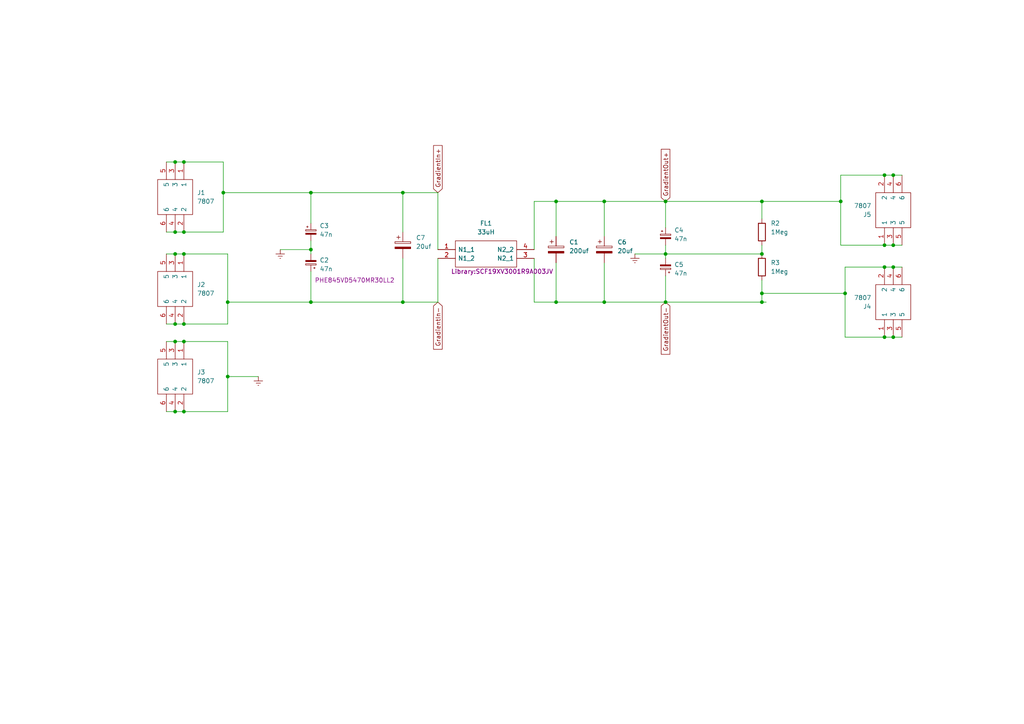
<source format=kicad_sch>
(kicad_sch (version 20230121) (generator eeschema)
  (paper "A4")
  (lib_symbols
    (symbol "Device:C_Polarized" (pin_numbers hide) (pin_names (offset 0.254))
      (property "Reference" "C" (at 0.635 2.54 0))
      (property "Value" "C_Polarized" (at 0.635 -2.54 0))
      (symbol "C_Polarized_0_1"
        (rectangle (start -2.286 0.508) (end 2.286 1.016))
        (polyline (pts (xy -1.778 2.286) (xy -0.762 2.286)))
        (polyline (pts (xy -1.27 2.794) (xy -1.27 1.778)))
        (rectangle (start 2.286 -0.508) (end -2.286 -1.016) (fill (type outline)))
      )
      (symbol "C_Polarized_1_1"
        (pin passive line (at 0 3.81 270) (length 2.794) (name "~") (number "1"))
        (pin passive line (at 0 -3.81 90) (length 2.794) (name "~") (number "2"))
      )
    )
    (symbol "Device:C_Polarized_Small" (pin_numbers hide) (pin_names (offset 0.254) hide)
      (property "Reference" "C" (at 0.254 1.778 0))
      (property "Value" "C_Polarized_Small" (at 0.254 -2.032 0))
      (symbol "C_Polarized_Small_0_1"
        (rectangle (start -1.524 -0.3048) (end 1.524 -0.6858) (fill (type outline)))
        (rectangle (start -1.524 0.6858) (end 1.524 0.3048))
        (polyline (pts (xy -1.27 1.524) (xy -0.762 1.524)))
        (polyline (pts (xy -1.016 1.27) (xy -1.016 1.778)))
      )
      (symbol "C_Polarized_Small_1_1"
        (pin passive line (at 0 2.54 270) (length 1.8542) (name "~") (number "1"))
        (pin passive line (at 0 -2.54 90) (length 1.8542) (name "~") (number "2"))
      )
    )
    (symbol "Device:R" (pin_numbers hide) (pin_names (offset 0))
      (property "Reference" "R" (at 2.032 0 90))
      (property "Value" "R" (at 0 0 90))
      (symbol "R_0_1"
        (rectangle (start -1.016 -2.54) (end 1.016 2.54) (stroke (width 0.254)))
      )
      (symbol "R_1_1"
        (pin passive line (at 0 3.81 270) (length 1.27) (name "~") (number "1"))
        (pin passive line (at 0 -3.81 90) (length 1.27) (name "~") (number "2"))
      )
    )
    (symbol "New_Library:7807" (pin_names (offset 0.762))
      (property "Reference" "J" (at 16.51 7.62 0))
      (property "Value" "7807" (at 16.51 5.08 0))
      (symbol "7807_0_0"
        (pin passive line (at 0 0 0) (length 5.08) (name "1") (number "1"))
        (pin passive line (at 20.32 0 180) (length 5.08) (name "2") (number "2"))
        (pin passive line (at 0 -2.54 0) (length 5.08) (name "3") (number "3"))
        (pin passive line (at 20.32 -2.54 180) (length 5.08) (name "4") (number "4"))
        (pin passive line (at 0 -5.08 0) (length 5.08) (name "5") (number "5"))
        (pin passive line (at 20.32 -5.08 180) (length 5.08) (name "6") (number "6"))
      )
      (symbol "7807_0_1"
        (polyline (pts (xy 5.08 2.54) (xy 15.24 2.54) (xy 15.24 -7.62) (xy 5.08 -7.62) (xy 5.08 2.54)) (stroke (width 0.1524)))
      )
    )
    (symbol "SCF19XV-300-1R9A003JV:SCF19XV-300-1R9A003JV" (pin_names (offset 0.762))
      (property "Reference" "FL" (at 24.13 7.62 0))
      (property "Value" "SCF19XV-300-1R9A003JV" (at 24.13 5.08 0))
      (symbol "SCF19XV-300-1R9A003JV_0_0"
        (pin passive line (at 0 0 0) (length 5.08) (name "N1_1") (number "1"))
        (pin passive line (at 0 -2.54 0) (length 5.08) (name "N1_2") (number "2"))
        (pin passive line (at 27.94 -2.54 180) (length 5.08) (name "N2_1") (number "3"))
        (pin passive line (at 27.94 0 180) (length 5.08) (name "N2_2") (number "4"))
      )
      (symbol "SCF19XV-300-1R9A003JV_0_1"
        (polyline (pts (xy 5.08 2.54) (xy 22.86 2.54) (xy 22.86 -5.08) (xy 5.08 -5.08) (xy 5.08 2.54)) (stroke (width 0.1524)))
      )
    )
    (symbol "power:Earth" (power) (pin_names (offset 0))
      (symbol "Earth_0_1"
        (polyline (pts (xy -0.635 -1.905) (xy 0.635 -1.905)))
        (polyline (pts (xy -0.127 -2.54) (xy 0.127 -2.54)))
        (polyline (pts (xy 0 -1.27) (xy 0 0)))
        (polyline (pts (xy 1.27 -1.27) (xy -1.27 -1.27)))
      )
      (symbol "Earth_1_1"
        (pin power_in line (at 0 0 270) (length 0) hide (name "Earth") (number "1"))
      )
    )
  )
  (junction (at 90.17 87.63))
  (junction (at 220.98 85.09))
  (junction (at 161.29 87.63))
  (junction (at 193.04 73.66))
  (junction (at 175.26 58.42))
  (junction (at 64.77 55.88))
  (junction (at 53.34 67.31))
  (junction (at 50.8 93.98))
  (junction (at 193.04 58.42))
  (junction (at 90.17 72.39))
  (junction (at 50.8 73.66))
  (junction (at 161.29 58.42))
  (junction (at 175.26 87.63))
  (junction (at 53.34 93.98))
  (junction (at 116.84 87.63))
  (junction (at 259.08 77.47))
  (junction (at 243.84 58.42))
  (junction (at 256.54 77.47))
  (junction (at 53.34 119.38))
  (junction (at 66.04 87.63))
  (junction (at 259.08 50.8))
  (junction (at 50.8 46.99))
  (junction (at 256.54 71.12))
  (junction (at 259.08 97.79))
  (junction (at 50.8 99.06))
  (junction (at 256.54 97.79))
  (junction (at 53.34 99.06))
  (junction (at 90.17 55.88))
  (junction (at 50.8 119.38))
  (junction (at 220.98 87.63))
  (junction (at 256.54 50.8))
  (junction (at 259.08 71.12))
  (junction (at 220.98 73.66))
  (junction (at 220.98 58.42))
  (junction (at 53.34 46.99))
  (junction (at 116.84 55.88))
  (junction (at 245.11 85.09))
  (junction (at 50.8 67.31))
  (junction (at 66.04 109.22))
  (junction (at 193.04 87.63))
  (junction (at 53.34 73.66))
  (wire (pts (xy 50.8 73.66) (xy 53.34 73.66)))
  (wire (pts (xy 256.54 77.47) (xy 245.11 77.47)))
  (wire (pts (xy 161.29 87.63) (xy 175.26 87.63)))
  (wire (pts (xy 50.8 67.31) (xy 53.34 67.31)))
  (wire (pts (xy 48.26 67.31) (xy 50.8 67.31)))
  (wire (pts (xy 243.84 50.8) (xy 243.84 58.42)))
  (wire (pts (xy 175.26 87.63) (xy 193.04 87.63)))
  (wire (pts (xy 66.04 119.38) (xy 66.04 109.22)))
  (wire (pts (xy 193.04 73.66) (xy 220.98 73.66)))
  (wire (pts (xy 48.26 99.06) (xy 50.8 99.06)))
  (wire (pts (xy 161.29 58.42) (xy 175.26 58.42)))
  (wire (pts (xy 220.98 85.09) (xy 245.11 85.09)))
  (wire (pts (xy 64.77 55.88) (xy 90.17 55.88)))
  (wire (pts (xy 127 72.39) (xy 127 55.88)))
  (wire (pts (xy 175.26 58.42) (xy 175.26 68.58)))
  (wire (pts (xy 154.94 72.39) (xy 154.94 58.42)))
  (wire (pts (xy 256.54 50.8) (xy 243.84 50.8)))
  (wire (pts (xy 53.34 99.06) (xy 66.04 99.06)))
  (wire (pts (xy 259.08 50.8) (xy 256.54 50.8)))
  (wire (pts (xy 50.8 93.98) (xy 53.34 93.98)))
  (wire (pts (xy 90.17 87.63) (xy 116.84 87.63)))
  (wire (pts (xy 48.26 119.38) (xy 50.8 119.38)))
  (wire (pts (xy 127 74.93) (xy 127 87.63)))
  (wire (pts (xy 53.34 93.98) (xy 66.04 93.98)))
  (wire (pts (xy 193.04 58.42) (xy 220.98 58.42)))
  (wire (pts (xy 184.15 73.66) (xy 193.04 73.66)))
  (wire (pts (xy 220.98 58.42) (xy 243.84 58.42)))
  (wire (pts (xy 261.62 77.47) (xy 259.08 77.47)))
  (wire (pts (xy 161.29 76.2) (xy 161.29 87.63)))
  (wire (pts (xy 48.26 93.98) (xy 50.8 93.98)))
  (wire (pts (xy 259.08 71.12) (xy 256.54 71.12)))
  (wire (pts (xy 66.04 73.66) (xy 66.04 87.63)))
  (wire (pts (xy 154.94 58.42) (xy 161.29 58.42)))
  (wire (pts (xy 259.08 97.79) (xy 256.54 97.79)))
  (wire (pts (xy 154.94 87.63) (xy 161.29 87.63)))
  (wire (pts (xy 50.8 46.99) (xy 53.34 46.99)))
  (wire (pts (xy 220.98 85.09) (xy 220.98 87.63)))
  (wire (pts (xy 48.26 73.66) (xy 50.8 73.66)))
  (wire (pts (xy 81.28 72.39) (xy 90.17 72.39)))
  (wire (pts (xy 53.34 46.99) (xy 64.77 46.99)))
  (wire (pts (xy 193.04 87.63) (xy 220.98 87.63)))
  (wire (pts (xy 53.34 73.66) (xy 66.04 73.66)))
  (wire (pts (xy 175.26 58.42) (xy 193.04 58.42)))
  (wire (pts (xy 90.17 55.88) (xy 90.17 64.77)))
  (wire (pts (xy 193.04 58.42) (xy 193.04 66.04)))
  (wire (pts (xy 220.98 87.63) (xy 222.25 87.63)))
  (wire (pts (xy 50.8 119.38) (xy 53.34 119.38)))
  (wire (pts (xy 48.26 46.99) (xy 50.8 46.99)))
  (wire (pts (xy 64.77 46.99) (xy 64.77 55.88)))
  (wire (pts (xy 193.04 73.66) (xy 193.04 74.93)))
  (wire (pts (xy 243.84 58.42) (xy 243.84 71.12)))
  (wire (pts (xy 220.98 71.12) (xy 220.98 73.66)))
  (wire (pts (xy 261.62 50.8) (xy 259.08 50.8)))
  (wire (pts (xy 64.77 55.88) (xy 64.77 67.31)))
  (wire (pts (xy 259.08 77.47) (xy 256.54 77.47)))
  (wire (pts (xy 116.84 55.88) (xy 116.84 67.31)))
  (wire (pts (xy 175.26 76.2) (xy 175.26 87.63)))
  (wire (pts (xy 161.29 58.42) (xy 161.29 68.58)))
  (wire (pts (xy 256.54 71.12) (xy 243.84 71.12)))
  (wire (pts (xy 116.84 87.63) (xy 127 87.63)))
  (wire (pts (xy 220.98 81.28) (xy 220.98 85.09)))
  (wire (pts (xy 116.84 55.88) (xy 127 55.88)))
  (wire (pts (xy 116.84 74.93) (xy 116.84 87.63)))
  (wire (pts (xy 154.94 74.93) (xy 154.94 87.63)))
  (wire (pts (xy 90.17 87.63) (xy 90.17 78.74)))
  (wire (pts (xy 256.54 97.79) (xy 245.11 97.79)))
  (wire (pts (xy 261.62 97.79) (xy 259.08 97.79)))
  (wire (pts (xy 193.04 71.12) (xy 193.04 73.66)))
  (wire (pts (xy 66.04 93.98) (xy 66.04 87.63)))
  (wire (pts (xy 90.17 72.39) (xy 90.17 73.66)))
  (wire (pts (xy 50.8 99.06) (xy 53.34 99.06)))
  (wire (pts (xy 53.34 67.31) (xy 64.77 67.31)))
  (wire (pts (xy 261.62 71.12) (xy 259.08 71.12)))
  (wire (pts (xy 66.04 109.22) (xy 74.93 109.22)))
  (wire (pts (xy 220.98 58.42) (xy 220.98 63.5)))
  (wire (pts (xy 90.17 69.85) (xy 90.17 72.39)))
  (wire (pts (xy 90.17 55.88) (xy 116.84 55.88)))
  (wire (pts (xy 53.34 119.38) (xy 66.04 119.38)))
  (wire (pts (xy 193.04 80.01) (xy 193.04 87.63)))
  (wire (pts (xy 66.04 87.63) (xy 90.17 87.63)))
  (wire (pts (xy 245.11 77.47) (xy 245.11 85.09)))
  (wire (pts (xy 245.11 85.09) (xy 245.11 97.79)))
  (wire (pts (xy 66.04 99.06) (xy 66.04 109.22)))
  (global_label "GradientIn+" (shape input) (at 127 55.88 90) (property "Intersheetrefs" "${INTERSHEET_REFS}" (effects hide)))
  (global_label "GradientOut+" (shape input) (at 193.04 58.42 90) (property "Intersheetrefs" "${INTERSHEET_REFS}" (effects hide)))
  (global_label "GradientOut-" (shape input) (at 193.04 87.63 270) (property "Intersheetrefs" "${INTERSHEET_REFS}" (effects hide)))
  (global_label "GradientIn-" (shape input) (at 127 87.63 270) (property "Intersheetrefs" "${INTERSHEET_REFS}" (effects hide)))
  (symbol (lib_id "Device:C_Polarized") (at 175.26 72.39 0) (unit 1)
    (property "Reference" "C6" (at 179.07 70.231 0) (effects (justify left)))
    (property "Value" "20uf" (at 179.07 72.771 0) (effects (justify left)))
    (property "Footprint" "AA-MyLibrary:PHE840ER8100MR08R06L2" (effects hide))
  )
  (symbol (lib_id "Device:C_Polarized") (at 161.29 72.39 0) (unit 1)
    (property "Reference" "C1" (at 165.1 70.231 0) (effects (justify left)))
    (property "Value" "200uf" (at 165.1 72.771 0) (effects (justify left)))
    (property "Footprint" "AA-MyLibrary:B32320I8207K000" (effects hide))
  )
  (symbol (lib_id "power:Earth") (at 81.28 72.39 0) (unit 1)
    (property "Reference" "#PWR02" (effects hide))
    (property "Value" "Earth" (effects hide))
  )
  (symbol (lib_id "New_Library:7807") (at 256.54 97.79 90) (unit 1)
    (property "Reference" "J4" (at 252.73 88.9 90) (effects (justify left)))
    (property "Value" "7807" (at 252.73 86.36 90) (effects (justify left)))
    (property "Footprint" "AA-MyLibrary:7807" (effects hide))
    (property "Datasheet" "http://www.keyelco.com/product-pdf.cfm?p=1119" (effects hide))
    (property "Description" "KEYSTONE - 7807 - TERMINAL, PCB SCREW, 2.57MM" (effects hide))
    (property "Height" "11.76" (effects hide))
    (property "Mouser Part Number" "534-7807" (effects hide))
    (property "Mouser Price/Stock" "https://www.mouser.co.uk/ProductDetail/Keystone-Electronics/7807?qs=%2F%252BPMR94VuMaEJokheHBVWg%3D%3D" (effects hide))
    (property "Manufacturer_Name" "Keystone Electronics" (effects hide))
    (property "Manufacturer_Part_Number" "7807" (effects hide))
  )
  (symbol (lib_id "New_Library:7807") (at 53.34 46.99 270) (unit 1)
    (property "Reference" "J1" (at 57.15 55.88 90) (effects (justify left)))
    (property "Value" "7807" (at 57.15 58.42 90) (effects (justify left)))
    (property "Footprint" "AA-MyLibrary:7807" (effects hide))
    (property "Datasheet" "http://www.keyelco.com/product-pdf.cfm?p=1119" (effects hide))
    (property "Description" "KEYSTONE - 7807 - TERMINAL, PCB SCREW, 2.57MM" (effects hide))
    (property "Height" "11.76" (effects hide))
    (property "Mouser Part Number" "534-7807" (effects hide))
    (property "Mouser Price/Stock" "https://www.mouser.co.uk/ProductDetail/Keystone-Electronics/7807?qs=%2F%252BPMR94VuMaEJokheHBVWg%3D%3D" (effects hide))
    (property "Manufacturer_Name" "Keystone Electronics" (effects hide))
    (property "Manufacturer_Part_Number" "7807" (effects hide))
  )
  (symbol (lib_id "power:Earth") (at 184.15 73.66 0) (unit 1)
    (property "Reference" "#PWR03" (effects hide))
    (property "Value" "Earth" (effects hide))
  )
  (symbol (lib_id "Device:R") (at 220.98 77.47 0) (unit 1)
    (property "Reference" "R3" (at 223.52 76.2 0) (effects (justify left)))
    (property "Value" "1Meg" (at 223.52 78.74 0) (effects (justify left)))
    (property "Footprint" "Resistor_THT:R_Axial_Power_L20.0mm_W6.4mm_P22.40mm" (effects hide))
  )
  (symbol (lib_id "power:Earth") (at 74.93 109.22 0) (unit 1)
    (property "Reference" "#PWR01" (effects hide))
    (property "Value" "Earth" (effects hide))
  )
  (symbol (lib_id "Device:R") (at 220.98 67.31 0) (unit 1)
    (property "Reference" "R2" (at 223.52 64.77 0) (effects (justify left)))
    (property "Value" "1Meg" (at 223.52 67.31 0) (effects (justify left)))
    (property "Footprint" "Resistor_THT:R_Axial_Power_L20.0mm_W6.4mm_P22.40mm" (effects hide))
  )
  (symbol (lib_id "Device:C_Polarized_Small") (at 90.17 76.2 180) (unit 1)
    (property "Reference" "C2" (at 92.71 75.4761 0) (effects (justify right)))
    (property "Value" "47n" (at 92.71 78.0161 0) (effects (justify right)))
    (property "Footprint" "Capacitor_THT:C_Rect_L26.5mm_W8.5mm_P22.50mm_MKS4" (effects hide))
    (property "Datasheet" "PHE845VD5470MR30LL2" (at 102.87 81.28 0))
  )
  (symbol (lib_id "Device:C_Polarized_Small") (at 193.04 77.47 180) (unit 1)
    (property "Reference" "C5" (at 195.58 76.7461 0) (effects (justify right)))
    (property "Value" "47n" (at 195.58 79.2861 0) (effects (justify right)))
    (property "Footprint" "Capacitor_THT:C_Rect_L26.5mm_W8.5mm_P22.50mm_MKS4" (effects hide))
  )
  (symbol (lib_id "New_Library:7807") (at 256.54 71.12 90) (unit 1)
    (property "Reference" "J5" (at 252.73 62.23 90) (effects (justify left)))
    (property "Value" "7807" (at 252.73 59.69 90) (effects (justify left)))
    (property "Footprint" "AA-MyLibrary:7807" (effects hide))
    (property "Datasheet" "http://www.keyelco.com/product-pdf.cfm?p=1119" (effects hide))
    (property "Description" "KEYSTONE - 7807 - TERMINAL, PCB SCREW, 2.57MM" (effects hide))
    (property "Height" "11.76" (effects hide))
    (property "Mouser Part Number" "534-7807" (effects hide))
    (property "Mouser Price/Stock" "https://www.mouser.co.uk/ProductDetail/Keystone-Electronics/7807?qs=%2F%252BPMR94VuMaEJokheHBVWg%3D%3D" (effects hide))
    (property "Manufacturer_Name" "Keystone Electronics" (effects hide))
    (property "Manufacturer_Part_Number" "7807" (effects hide))
  )
  (symbol (lib_id "New_Library:7807") (at 53.34 99.06 270) (unit 1)
    (property "Reference" "J3" (at 57.15 107.95 90) (effects (justify left)))
    (property "Value" "7807" (at 57.15 110.49 90) (effects (justify left)))
    (property "Footprint" "AA-MyLibrary:7807" (effects hide))
    (property "Datasheet" "http://www.keyelco.com/product-pdf.cfm?p=1119" (effects hide))
    (property "Description" "KEYSTONE - 7807 - TERMINAL, PCB SCREW, 2.57MM" (effects hide))
    (property "Height" "11.76" (effects hide))
    (property "Mouser Part Number" "534-7807" (effects hide))
    (property "Mouser Price/Stock" "https://www.mouser.co.uk/ProductDetail/Keystone-Electronics/7807?qs=%2F%252BPMR94VuMaEJokheHBVWg%3D%3D" (effects hide))
    (property "Manufacturer_Name" "Keystone Electronics" (effects hide))
    (property "Manufacturer_Part_Number" "7807" (effects hide))
  )
  (symbol (lib_id "Device:C_Polarized_Small") (at 193.04 68.58 0) (unit 1)
    (property "Reference" "C4" (at 195.58 66.7639 0) (effects (justify left)))
    (property "Value" "47n" (at 195.58 69.3039 0) (effects (justify left)))
    (property "Footprint" "Capacitor_THT:C_Rect_L26.5mm_W8.5mm_P22.50mm_MKS4" (effects hide))
  )
  (symbol (lib_id "New_Library:7807") (at 53.34 73.66 270) (unit 1)
    (property "Reference" "J2" (at 57.15 82.55 90) (effects (justify left)))
    (property "Value" "7807" (at 57.15 85.09 90) (effects (justify left)))
    (property "Footprint" "AA-MyLibrary:7807" (effects hide))
    (property "Datasheet" "http://www.keyelco.com/product-pdf.cfm?p=1119" (effects hide))
    (property "Description" "KEYSTONE - 7807 - TERMINAL, PCB SCREW, 2.57MM" (effects hide))
    (property "Height" "11.76" (effects hide))
    (property "Mouser Part Number" "534-7807" (effects hide))
    (property "Mouser Price/Stock" "https://www.mouser.co.uk/ProductDetail/Keystone-Electronics/7807?qs=%2F%252BPMR94VuMaEJokheHBVWg%3D%3D" (effects hide))
    (property "Manufacturer_Name" "Keystone Electronics" (effects hide))
    (property "Manufacturer_Part_Number" "7807" (effects hide))
  )
  (symbol (lib_id "Device:C_Polarized_Small") (at 90.17 67.31 0) (unit 1)
    (property "Reference" "C3" (at 92.71 65.4939 0) (effects (justify left)))
    (property "Value" "47n" (at 92.71 68.0339 0) (effects (justify left)))
    (property "Footprint" "Capacitor_THT:C_Rect_L26.5mm_W8.5mm_P22.50mm_MKS4" (effects hide))
  )
  (symbol (lib_id "Device:C_Polarized") (at 116.84 71.12 0) (unit 1)
    (property "Reference" "C7" (at 120.65 68.961 0) (effects (justify left)))
    (property "Value" "20uf" (at 120.65 71.501 0) (effects (justify left)))
    (property "Footprint" "AA-MyLibrary:PHE840ER8100MR08R06L2" (effects hide))
  )
  (symbol (lib_id "SCF19XV-300-1R9A003JV:SCF19XV-300-1R9A003JV") (at 127 72.39 0) (unit 1)
    (property "Reference" "FL1" (at 140.97 64.77 0))
    (property "Value" "33uH" (at 140.97 67.31 0))
    (property "Footprint" "Library:SCF19XV3001R9A003JV" (at 130.81 78.74 0) (effects (justify left)))
    (property "Datasheet" "https://connect.kemet.com:7667/gateway/IntelliData-ComponentDocumentation/1.0/download/datasheet/SCF19XV-300-1R9A003JV.pdf" (effects hide))
    (property "Description" "KEMET, SCF-XV, AC Line Filters, Common Mode, 0.11 mH " (effects hide))
    (property "Height" "27.5" (effects hide))
    (property "Mouser Part Number" "80-SCF19XV3001R903JV" (effects hide))
    (property "Mouser Price/Stock" "https://www.mouser.co.uk/ProductDetail/KEMET/SCF19XV-300-1R9A003JV?qs=MyNHzdoqoQJ8dcdKI%2FcPyQ%3D%3D" (effects hide))
    (property "Manufacturer_Name" "KEMET" (effects hide))
    (property "Manufacturer_Part_Number" "SCF19XV-300-1R9A003JV" (effects hide))
  )
)
</source>
